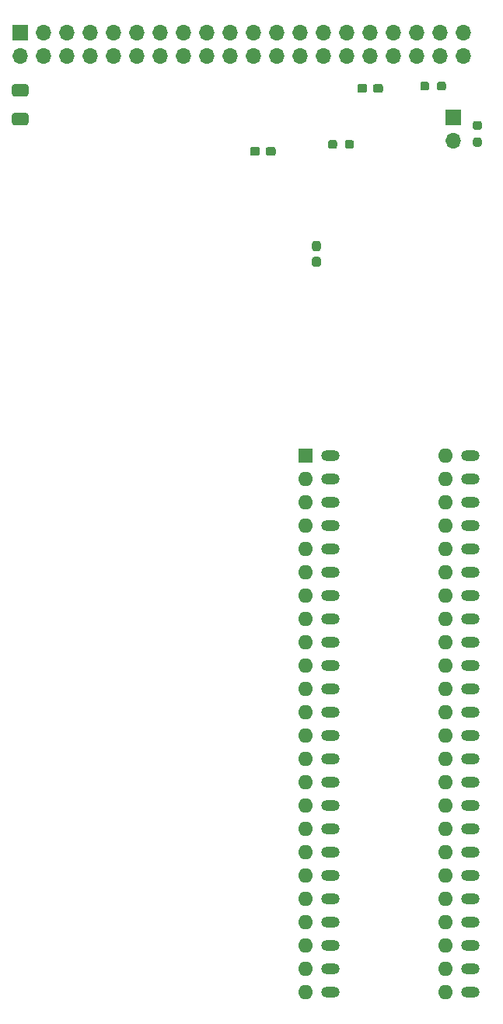
<source format=gbr>
G04 #@! TF.GenerationSoftware,KiCad,Pcbnew,5.1.10-1.fc34*
G04 #@! TF.CreationDate,2021-06-07T07:45:22+01:00*
G04 #@! TF.ProjectId,A500,41353030-2e6b-4696-9361-645f70636258,rev?*
G04 #@! TF.SameCoordinates,Original*
G04 #@! TF.FileFunction,Soldermask,Bot*
G04 #@! TF.FilePolarity,Negative*
%FSLAX46Y46*%
G04 Gerber Fmt 4.6, Leading zero omitted, Abs format (unit mm)*
G04 Created by KiCad (PCBNEW 5.1.10-1.fc34) date 2021-06-07 07:45:22*
%MOMM*%
%LPD*%
G01*
G04 APERTURE LIST*
%ADD10O,2.000000X1.200000*%
%ADD11O,1.700000X1.700000*%
%ADD12R,1.700000X1.700000*%
%ADD13O,1.600000X1.600000*%
%ADD14R,1.600000X1.600000*%
G04 APERTURE END LIST*
G04 #@! TO.C,C1*
G36*
G01*
X59039998Y-31634000D02*
X60340002Y-31634000D01*
G75*
G02*
X60590000Y-31883998I0J-249998D01*
G01*
X60590000Y-32709002D01*
G75*
G02*
X60340002Y-32959000I-249998J0D01*
G01*
X59039998Y-32959000D01*
G75*
G02*
X58790000Y-32709002I0J249998D01*
G01*
X58790000Y-31883998D01*
G75*
G02*
X59039998Y-31634000I249998J0D01*
G01*
G37*
G36*
G01*
X59039998Y-28509000D02*
X60340002Y-28509000D01*
G75*
G02*
X60590000Y-28758998I0J-249998D01*
G01*
X60590000Y-29584002D01*
G75*
G02*
X60340002Y-29834000I-249998J0D01*
G01*
X59039998Y-29834000D01*
G75*
G02*
X58790000Y-29584002I0J249998D01*
G01*
X58790000Y-28758998D01*
G75*
G02*
X59039998Y-28509000I249998J0D01*
G01*
G37*
G04 #@! TD*
G04 #@! TO.C,R3*
G36*
G01*
X95040000Y-35289500D02*
X95040000Y-34814500D01*
G75*
G02*
X95277500Y-34577000I237500J0D01*
G01*
X95777500Y-34577000D01*
G75*
G02*
X96015000Y-34814500I0J-237500D01*
G01*
X96015000Y-35289500D01*
G75*
G02*
X95777500Y-35527000I-237500J0D01*
G01*
X95277500Y-35527000D01*
G75*
G02*
X95040000Y-35289500I0J237500D01*
G01*
G37*
G36*
G01*
X93215000Y-35289500D02*
X93215000Y-34814500D01*
G75*
G02*
X93452500Y-34577000I237500J0D01*
G01*
X93952500Y-34577000D01*
G75*
G02*
X94190000Y-34814500I0J-237500D01*
G01*
X94190000Y-35289500D01*
G75*
G02*
X93952500Y-35527000I-237500J0D01*
G01*
X93452500Y-35527000D01*
G75*
G02*
X93215000Y-35289500I0J237500D01*
G01*
G37*
G04 #@! TD*
G04 #@! TO.C,C4*
G36*
G01*
X91710500Y-47315000D02*
X92185500Y-47315000D01*
G75*
G02*
X92423000Y-47552500I0J-237500D01*
G01*
X92423000Y-48152500D01*
G75*
G02*
X92185500Y-48390000I-237500J0D01*
G01*
X91710500Y-48390000D01*
G75*
G02*
X91473000Y-48152500I0J237500D01*
G01*
X91473000Y-47552500D01*
G75*
G02*
X91710500Y-47315000I237500J0D01*
G01*
G37*
G36*
G01*
X91710500Y-45590000D02*
X92185500Y-45590000D01*
G75*
G02*
X92423000Y-45827500I0J-237500D01*
G01*
X92423000Y-46427500D01*
G75*
G02*
X92185500Y-46665000I-237500J0D01*
G01*
X91710500Y-46665000D01*
G75*
G02*
X91473000Y-46427500I0J237500D01*
G01*
X91473000Y-45827500D01*
G75*
G02*
X91710500Y-45590000I237500J0D01*
G01*
G37*
G04 #@! TD*
G04 #@! TO.C,C3*
G36*
G01*
X85781000Y-35576500D02*
X85781000Y-36051500D01*
G75*
G02*
X85543500Y-36289000I-237500J0D01*
G01*
X84943500Y-36289000D01*
G75*
G02*
X84706000Y-36051500I0J237500D01*
G01*
X84706000Y-35576500D01*
G75*
G02*
X84943500Y-35339000I237500J0D01*
G01*
X85543500Y-35339000D01*
G75*
G02*
X85781000Y-35576500I0J-237500D01*
G01*
G37*
G36*
G01*
X87506000Y-35576500D02*
X87506000Y-36051500D01*
G75*
G02*
X87268500Y-36289000I-237500J0D01*
G01*
X86668500Y-36289000D01*
G75*
G02*
X86431000Y-36051500I0J237500D01*
G01*
X86431000Y-35576500D01*
G75*
G02*
X86668500Y-35339000I237500J0D01*
G01*
X87268500Y-35339000D01*
G75*
G02*
X87506000Y-35576500I0J-237500D01*
G01*
G37*
G04 #@! TD*
D10*
G04 #@! TO.C,U2*
X93472000Y-127406400D03*
X108712000Y-127406400D03*
X93472000Y-124866400D03*
X108712000Y-124866400D03*
X93472000Y-122326400D03*
X108712000Y-122326400D03*
X93472000Y-119786400D03*
X108712000Y-119786400D03*
X93472000Y-117246400D03*
X108712000Y-117246400D03*
X93472000Y-114706400D03*
X108712000Y-114706400D03*
X93472000Y-112166400D03*
X108712000Y-112166400D03*
X93472000Y-109626400D03*
X108712000Y-109626400D03*
X93472000Y-107086400D03*
X108712000Y-107086400D03*
X93472000Y-104546400D03*
X108712000Y-104546400D03*
X93472000Y-102006400D03*
X108712000Y-102006400D03*
X93472000Y-99466400D03*
X108712000Y-99466400D03*
X93472000Y-96926400D03*
X108712000Y-96926400D03*
X93472000Y-94386400D03*
X108712000Y-94386400D03*
X93472000Y-91846400D03*
X108712000Y-91846400D03*
X93472000Y-89306400D03*
X108712000Y-89306400D03*
X93472000Y-86766400D03*
X108712000Y-86766400D03*
X93472000Y-84226400D03*
X108712000Y-84226400D03*
X93472000Y-81686400D03*
X108712000Y-81686400D03*
X93472000Y-79146400D03*
X108712000Y-79146400D03*
X93472000Y-76606400D03*
X108712000Y-76606400D03*
X93472000Y-74066400D03*
X108712000Y-74066400D03*
X93472000Y-71526400D03*
X108712000Y-71526400D03*
X93472000Y-68986400D03*
X108712000Y-68986400D03*
G04 #@! TD*
G04 #@! TO.C,R2*
G36*
G01*
X105073000Y-28939500D02*
X105073000Y-28464500D01*
G75*
G02*
X105310500Y-28227000I237500J0D01*
G01*
X105810500Y-28227000D01*
G75*
G02*
X106048000Y-28464500I0J-237500D01*
G01*
X106048000Y-28939500D01*
G75*
G02*
X105810500Y-29177000I-237500J0D01*
G01*
X105310500Y-29177000D01*
G75*
G02*
X105073000Y-28939500I0J237500D01*
G01*
G37*
G36*
G01*
X103248000Y-28939500D02*
X103248000Y-28464500D01*
G75*
G02*
X103485500Y-28227000I237500J0D01*
G01*
X103985500Y-28227000D01*
G75*
G02*
X104223000Y-28464500I0J-237500D01*
G01*
X104223000Y-28939500D01*
G75*
G02*
X103985500Y-29177000I-237500J0D01*
G01*
X103485500Y-29177000D01*
G75*
G02*
X103248000Y-28939500I0J237500D01*
G01*
G37*
G04 #@! TD*
G04 #@! TO.C,R1*
G36*
G01*
X109236500Y-34334000D02*
X109711500Y-34334000D01*
G75*
G02*
X109949000Y-34571500I0J-237500D01*
G01*
X109949000Y-35071500D01*
G75*
G02*
X109711500Y-35309000I-237500J0D01*
G01*
X109236500Y-35309000D01*
G75*
G02*
X108999000Y-35071500I0J237500D01*
G01*
X108999000Y-34571500D01*
G75*
G02*
X109236500Y-34334000I237500J0D01*
G01*
G37*
G36*
G01*
X109236500Y-32509000D02*
X109711500Y-32509000D01*
G75*
G02*
X109949000Y-32746500I0J-237500D01*
G01*
X109949000Y-33246500D01*
G75*
G02*
X109711500Y-33484000I-237500J0D01*
G01*
X109236500Y-33484000D01*
G75*
G02*
X108999000Y-33246500I0J237500D01*
G01*
X108999000Y-32746500D01*
G75*
G02*
X109236500Y-32509000I237500J0D01*
G01*
G37*
G04 #@! TD*
D11*
G04 #@! TO.C,J1*
X107950000Y-25400000D03*
X107950000Y-22860000D03*
X105410000Y-25400000D03*
X105410000Y-22860000D03*
X102870000Y-25400000D03*
X102870000Y-22860000D03*
X100330000Y-25400000D03*
X100330000Y-22860000D03*
X97790000Y-25400000D03*
X97790000Y-22860000D03*
X95250000Y-25400000D03*
X95250000Y-22860000D03*
X92710000Y-25400000D03*
X92710000Y-22860000D03*
X90170000Y-25400000D03*
X90170000Y-22860000D03*
X87630000Y-25400000D03*
X87630000Y-22860000D03*
X85090000Y-25400000D03*
X85090000Y-22860000D03*
X82550000Y-25400000D03*
X82550000Y-22860000D03*
X80010000Y-25400000D03*
X80010000Y-22860000D03*
X77470000Y-25400000D03*
X77470000Y-22860000D03*
X74930000Y-25400000D03*
X74930000Y-22860000D03*
X72390000Y-25400000D03*
X72390000Y-22860000D03*
X69850000Y-25400000D03*
X69850000Y-22860000D03*
X67310000Y-25400000D03*
X67310000Y-22860000D03*
X64770000Y-25400000D03*
X64770000Y-22860000D03*
X62230000Y-25400000D03*
X62230000Y-22860000D03*
X59690000Y-25400000D03*
D12*
X59690000Y-22860000D03*
G04 #@! TD*
D13*
G04 #@! TO.C,U1*
X105990000Y-68965000D03*
X90750000Y-127385000D03*
X105990000Y-71505000D03*
X90750000Y-124845000D03*
X105990000Y-74045000D03*
X90750000Y-122305000D03*
X105990000Y-76585000D03*
X90750000Y-119765000D03*
X105990000Y-79125000D03*
X90750000Y-117225000D03*
X105990000Y-81665000D03*
X90750000Y-114685000D03*
X105990000Y-84205000D03*
X90750000Y-112145000D03*
X105990000Y-86745000D03*
X90750000Y-109605000D03*
X105990000Y-89285000D03*
X90750000Y-107065000D03*
X105990000Y-91825000D03*
X90750000Y-104525000D03*
X105990000Y-94365000D03*
X90750000Y-101985000D03*
X105990000Y-96905000D03*
X90750000Y-99445000D03*
X105990000Y-99445000D03*
X90750000Y-96905000D03*
X105990000Y-101985000D03*
X90750000Y-94365000D03*
X105990000Y-104525000D03*
X90750000Y-91825000D03*
X105990000Y-107065000D03*
X90750000Y-89285000D03*
X105990000Y-109605000D03*
X90750000Y-86745000D03*
X105990000Y-112145000D03*
X90750000Y-84205000D03*
X105990000Y-114685000D03*
X90750000Y-81665000D03*
X105990000Y-117225000D03*
X90750000Y-79125000D03*
X105990000Y-119765000D03*
X90750000Y-76585000D03*
X105990000Y-122305000D03*
X90750000Y-74045000D03*
X105990000Y-124845000D03*
X90750000Y-71505000D03*
X105990000Y-127385000D03*
D14*
X90750000Y-68965000D03*
G04 #@! TD*
D11*
G04 #@! TO.C,JP1*
X106807000Y-34671000D03*
D12*
X106807000Y-32131000D03*
G04 #@! TD*
G04 #@! TO.C,C2*
G36*
G01*
X98115000Y-29193500D02*
X98115000Y-28718500D01*
G75*
G02*
X98352500Y-28481000I237500J0D01*
G01*
X98952500Y-28481000D01*
G75*
G02*
X99190000Y-28718500I0J-237500D01*
G01*
X99190000Y-29193500D01*
G75*
G02*
X98952500Y-29431000I-237500J0D01*
G01*
X98352500Y-29431000D01*
G75*
G02*
X98115000Y-29193500I0J237500D01*
G01*
G37*
G36*
G01*
X96390000Y-29193500D02*
X96390000Y-28718500D01*
G75*
G02*
X96627500Y-28481000I237500J0D01*
G01*
X97227500Y-28481000D01*
G75*
G02*
X97465000Y-28718500I0J-237500D01*
G01*
X97465000Y-29193500D01*
G75*
G02*
X97227500Y-29431000I-237500J0D01*
G01*
X96627500Y-29431000D01*
G75*
G02*
X96390000Y-29193500I0J237500D01*
G01*
G37*
G04 #@! TD*
M02*

</source>
